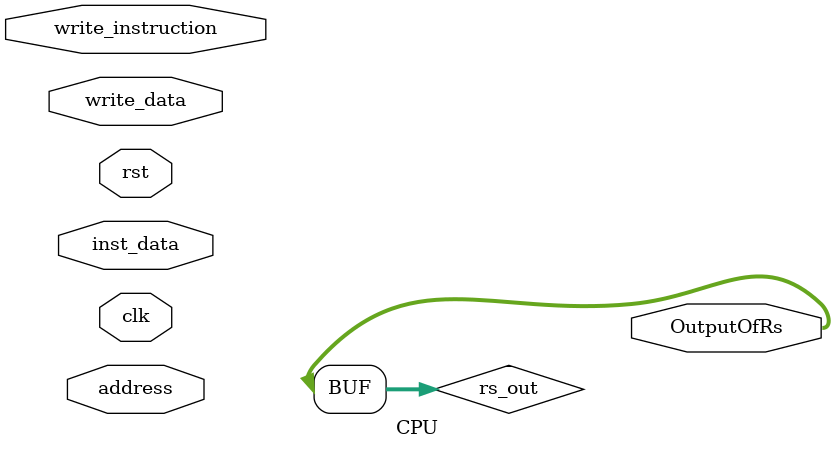
<source format=v>
`timescale 1ns / 1ps


module RegisterFile (
    input wire [4:0] rd , input wire [4:0] rs , input wire [4:0] rt , input clk , input we , input wire [31:0] write_data,
    output reg [31:0] rs_out , output reg [31:0] rt_out, input wire rst
);

    reg [31:0] Registers [31:0];
    integer i;

    always @(posedge clk ) begin
        if(rst) begin
            for (i = 0; i < 32; i = i + 1) begin
                Registers[i] <= 0;
            end
        end
        else begin
            if(we) begin
                Registers[rd] <= write_data;
            end
            else begin
                Registers[rd] <= Registers[rd];
            end
        end
    end 

    always @(posedge clk ) begin
        rs_out <= Registers[rs];
        rt_out <= Registers[rt];
    end
    
endmodule

module Splitter (
    input wire [31:0] instruction, output wire [4:0] rt , output wire [4:0] rs , output wire [4:0] rd , 
    output wire [5:0] func , output wire [4:0] shamt , output wire [5:0] opcode , output wire [15:0] address_constant,
    output wire [25:0] jaddress
);
    assign opcode = instruction[31:26];
    assign rd = instruction[25:21];
    assign rt = instruction[20:16];
    assign rs = instruction[15:11];
    assign shamt = instruction[10:6];
    assign func = instruction[5:0];
    assign address_constant = instruction[15:0];
    assign jaddress = instruction[25:0];
    
endmodule

/*
ALUctrl = 0 => ADD
1 == Sub (inp1 - inp2) == rs - rt
2 == and
3 == xor
4 == or
5 == not
6 == left shift
7 == right shift
8 == set not equal 
9 == set equal
10 == set less than
11 == set less than equal
12 == set greater than
13 == set greater than equal
*/

module ALU (
    input wire [31:0] inp1, input wire [31:0] inp2 , input wire [3:0] ALUctrl , input wire clk ,
    output reg [31:0] ALUout , input wire [4:0] shamt
);
    always @(posedge clk ) begin
        case (ALUctrl)
            0: ALUout <= inp1 + inp2;
            1: ALUout <= inp1 - inp2;
            2: ALUout <= inp1 & inp2;
            3: ALUout <= inp1 ^ inp2;
            4: ALUout <= inp1 | inp2;
            5: ALUout <= ~inp1;
            6: ALUout <= inp1 << shamt;
            7: ALUout <= inp1 >> shamt;
            8: ALUout <= ($signed(inp1) != $signed(inp2));
            9: ALUout <= ($signed(inp1) == $signed(inp2));
            10: ALUout <= ($signed(inp1) < $signed(inp2));
            11: ALUout <= ($signed(inp1) <= $signed(inp2));
            12: ALUout <= ($signed(inp1) > $signed(inp2));
            13: ALUout <= ($signed(inp1) >= $signed(inp2));
            14: ALU_out <= inp2 << 16;
            default: ALUout <= 32'hdeadbeef;
        endcase
    end    
endmodule



module PC_Controller (
    input clk , output reg [9:0] PC, input rst , input jump , input [25:0] jaddress , input branch , input [15:0] branchval 
);

    always @(posedge clk ) begin
        if(rst) begin
            PC <= 0;
        end
        else begin
            if(jump) begin
                PC <= jaddress;
            end
            else if(branch) begin
                PC <= PC + 1 + branchval;
            end
            else begin
                PC <= PC + 1;
            end
        end
    end
    
endmodule


/*
ALUctrl = 0 => ADD
1 == Sub (inp1 - inp2) == rs - rt
2 == and
3 == xor
4 == or
5 == not
6 == left shift
7 == right shift
8 == set not equal 
9 == set equal
10 == set less than
11 == set less than equal
12 == set greater than
13 == set greater than equal
*/

module ALU_controller (
    input wire [5:0] opcode , input wire[5:0] func , output reg [3:0] ALUctrl
);
    always @(opcode or func) begin
        if(opcode == 6'b000111 || opcode == 6'b001000) begin // lw or sw
            ALUctrl <= 0; // add
        end
        else if(opcode == 1) begin // addi
            ALUctrl <= 0;
        end
        else if(opcode == 2) begin // andi
            ALUctrl <= 2;
        end
        else if(opcode == 3) begin // ori
            ALUctrl <= 4;
        end
        else if(opcode == 4) begin // xori
            ALUctrl <= 3;
        end
        else if(opcode == 5) begin // addui
            ALUctrl <= 0;
        end
        else if(opcode == 6'b001001 || opcode == 6'b010100 || opcode == 6'b010110) begin // slti and ble , bleu
            ALUctrl <= 10;
        end
        else if(opcode == 6'b001010 || opcode == 6'b010000) begin // seq, beq
            ALUctrl <= 9;
        end
        else if(opcode == 6'b010001) begin // bne
            ALUctrl <= 8;
        end
        else if(opcode == 6'b010010 || opcode == 6'b010111) begin // bgt ,bgtu
            ALUctrl <= 12;
        end
        else if(opcode == 6'b010011) begin // bgte
            ALUctrl <= 13;
        end
        else if(opcode == 6'b010101) begin // bleq
            ALUctrl <= 11;
        end      
        else if(opcode == 6'b001011) begin//lui
            ALUctrl <= 14;
        end  
        else begin
            if(opcode == 6'b000000) begin
                case (func)
                    0: ALUctrl <= 0;
                    1: ALUctrl <= 1;
                    2: ALUctrl <= 2;
                    3: ALUctrl <= 4;
                    4: ALUctrl <= 5;
                    5: ALUctrl <= 3;
                    6: ALUctrl <= 0;
                    7: ALUctrl <= 1;
                    8: ALUctrl <= 10;
                    9: ALUctrl <= 6;
                    10: ALUctrl <= 7;
                    default: ALUctrl <= 15;
                endcase
            end
            else begin
                ALUctrl <= 4'b1111;
            end
        end
    end
endmodule


module SignExtender (
    input wire[15:0] inp , output wire [31:0] out
);
    assign out = {{16{inp[15]}}, inp};
endmodule


module mux2_1 #(
    parameter size = 32
) (
    input wire [size - 1 : 0] inp0 , input wire [size - 1 : 0] inp1, input select , output wire[size - 1 : 0] out
);
    assign out = (select)? inp0 : inp1;
endmodule

module Controller (
    input clk , input wire [5:0] opcode , output reg write_reg , output reg data_write ,
    output reg immediate , output reg jump, output reg branch , output reg jal  , output reg select_ALU_or_Mem,//0 for ALU, 1 for MEM
    input rst
);
    always @(posedge clk ) begin
        if(rst) begin
            immediate <= 0;
            jump <= 0;
            branch <= 0;
            select_ALU_or_Mem <= 0;
            data_write <= 0;
            write_reg <= 0;
            jal <= 0;
        end
        else if(opcode == 0) begin // Rtype instruction
            immediate <= 0;
            jump <= 0;
            branch <= 0;
            select_ALU_or_Mem <= 0;
            write_reg <= 1;
            data_write <= 0;
            jal <= 0;
        end
        else if(opcode <= 5) begin //addi, andi , xori, ori , addiu
            immediate <= 1;
            jump <= 0;
            branch <= 0;
            select_ALU_or_Mem <= 0;
            write_reg <= 1;
            data_write <= 0;
            jal <= 0;
        end
        else if(opcode == 7) begin // lw
            immediate <= 1;
            jump <= 0;
            branch <= 0;
            select_ALU_or_Mem <= 1;
            write_reg <= 1;
            data_write <= 0;
            jal <= 0;
        end
        else if(opcode == 8) begin // sw
            immediate <= 1;
            jump <= 0;
            branch <= 0;
            select_ALU_or_Mem <= 0;
            write_reg <= 0;
            data_write <= 1;
            jal <= 0;
        end
        else if(opcode == 9 || opcode == 10) begin // slti , seq
            immediate <= 1;
            jump <= 0;
            branch <= 0;
            select_ALU_or_Mem <= 0;
            write_reg <= 1;
            data_write <= 0;
            jal <= 0;
        end
        else if(opcode == 6'b001011) begin
            immediate <= 1;
            jump <= 0;
            branch <= 0;
            select_ALU_or_Mem <= 0;
            write_reg <= 1;
            data_write <= 0;
            jal <= 0;
        end
        else if(opcode <= 23) begin //all branches
            immediate <= 0;
            jump <= 0;
            branch <= 1;
            select_ALU_or_Mem <= 0;
            write_reg <= 0;
            data_write <= 0;
            jal <= 0;
        end
        else if(opcode != 6'b011010) begin // All jump except jal
            immediate <= 0;
            jump <= 1;
            branch <= 0;
            select_ALU_or_Mem <= 0;
            write_reg <= 0;
            data_write <= 0;
            jal <= 0;
        end
        else begin // jal handled seperately as it requires to store the value of PC + 4 into $ra
            immediate <= 0;
            jump <= 1;
            branch <= 0;
            select_ALU_or_Mem <= 0;
            write_reg <= 1;
            data_write <= 0;
            jal <= 1;
        end
    end
endmodule

module CPU (
    input rst , input clk , input wire [31:0] inst_data , 
    input wire [9:0] address , input wire  write_instruction , input wire write_data, // 0 idle , 1 instruction , 2 data
    output wire [31:0] OutputOfRs
);

// .a(a),        // input wire [8 : 0] a. This is the write Address
//   .d(d),        // input wire [31 : 0] d. This is the data to be written
//   .dpra(dpra),  // input wire [8 : 0] dpra. This is the read Address
//   .clk(clk),    // input wire clk
//   .we(we),      // input wire we
//   .dpo(dpo)    // output wire [31 : 0] dpo. the value that is read
    wire [9:0] PC;
    wire [31:0] instruction;
    wire [31:0] ALU_out;
    wire [9:0] memory_in;
    wire [31:0] rt_out , rs_out , memory_write , memory_out , rt_or_address_to_ALU, extended_address;
    wire [4:0] rt , rs , rd , shamt;
    wire [5:0] opcode , func;
    wire [15:0] address_constant;
    wire [25:0] jaddress; 
    wire branch , jump , jal , mem_write , immediate, select_ALU_or_Mem, write_reg;
    //mem_write instead of data_write
    wire [3:0] ALUctrl;

    assign OutputOfRs = rs_out;

    //this thing is to handle jal
    wire[4:0] write_in_Register;
    assign write_in_Register = (jal)? 5'd3 : rd;
    wire [31:0] write_data_in_register , wire_going_into_register_rd;
    assign wire_going_into_register_rd = (jal)? {22'b0 , PC} : write_data_in_register; 
    //write_data_in_register is coming from the last mux(selecting ALU or memory Output)
    //wire_going_into_register_rd is write data that is actually going into register file
    //write_in_register goes into rd

    mux2_1 rt_ALU (rt_out , address_constant , immediate , rt_or_address_to_ALU);

    SignExtender sign_extend_addr_const(.inp(address_constant) , .out(extended_address));

    mux2_1 Last_mem_stage(ALU_out , memory_out , select_ALU_or_Mem , write_data_in_register);

    memory_wrapper instruction_mem(.a(address),.d(inst_data),.dpra(PC),.clk(clk),.we(write_instruction),.dpo(instruction));
    
    mux2_1  #(.size(10)) ALU_Mem_write_address (ALU_out[9:0] , address , write_data , memory_in);
    mux2_1 What_to_write_decider(rs_out , inst_data , write_data , memory_write);
    memory_wrapper data_mem(.a(memory_in) , .d(memory_write) , .dpra(ALU_out[9:0]) , .clk(clk) , .we(mem_write | write_data) , .dpo(memory_out));


    Splitter split(.instruction(instruction) , .rt(rt) , .rs(rs) , .rd(rd) , .shamt(shamt), .func(func), .opcode(opcode) , .address_constant(address_constant) , .jaddress(jaddress));

    Controller brain(.clk(clk) , .opcode(opcode) , .write_reg(write_reg) , .data_write(mem_write) , 
    .immediate(immediate) , .jump(jump) , .branch(branch) , .jal(jal) , .select_ALU_or_Mem(select_ALU_or_Mem) , 
    .rst(rst));

    RegisterFile RAM(.rd(write_in_Register) , .rs(rs) , .rt(rt) , .clk(clk) , .we(write_reg) , .write_data(wire_going_into_register_rd) , .rst(rst));
    
    ALU_controller nerves(.opcode(opcode) , .func(func) , .ALUctrl(ALUctrl));

    ALU brawn(.inp1(rs_out) , .inp2(rt_or_address_to_ALU) , .ALUctrl(ALUctrl) , .clk(clk) , .ALUout(ALU_out) , .shamt(shamt));

    PC_Controller legs(.clk(clk) , .PC(PC) , .rst(rst) , .jump(jump) , .jaddress(jaddress));
    
endmodule




</source>
